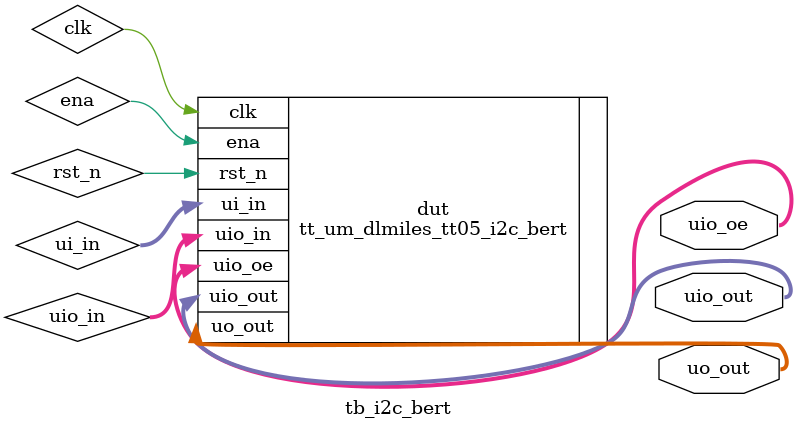
<source format=v>
`default_nettype none
`timescale 1ns/1ps

`include "config.vh"

module tb_i2c_bert (
`ifdef HAVE_DEBUG_I2C
    output                      debug_SCL_od,
    output                      debug_SCL_pp,
    output                      debug_SCL_og,
    output                      debug_SCL_pg,

    output                      debug_SDA_od,
    output                      debug_SDA_pp,
    output                      debug_SDA_og,
    output                      debug_SDA_pg,
`endif
    //input			clk,
    //input			rst_n,	// async (verilator needed reg)
    //input			ena,

    output		[7:0]	uo_out,
    //input		[7:0]	ui_in,

    output		[7:0]	uio_out,
    //input		[7:0]	uio_in,
    output		[7:0]	uio_oe
);
`ifndef SYNTHESIS
    reg [(8*32)-1:0] DEBUG;
    reg DEBUG_wire;
`endif

    reg clk;
    reg rst_n;
    reg ena;

    reg [7:0] ui_in;
    reg [7:0] uio_in;
`ifdef HAVE_DEBUG_I2C
    reg debug_SCL_ie;
    reg debug_SDA_ie;
`endif

    initial begin
        //$dumpfile ("tb_i2c_bert.vcd");
        $dumpfile ("tb.vcd");	// Renamed for GHA
`ifdef GL_TEST
        // the internal state of a flattened verilog is not that interesting
        $dumpvars (1, tb_i2c_bert);
`else
        $dumpvars (0, tb_i2c_bert);
`endif
`ifdef TIMING
        #1;
`endif
`ifndef SYNTHESIS
        DEBUG = {8'h44, 8'h45, 8'h42, 8'h55, 8'h47, {27{8'h20}}}; // "DEBUG        "
        DEBUG_wire = 0;
`endif
    end


    tt_um_dlmiles_tt05_i2c_bert dut (
`ifdef USE_POWER_PINS
        .VPWR     ( 1'b1),              //i
        .VGND     ( 1'b0),              //i
`endif
`ifdef USE_POWER_PINS_LEGACY
        .vccd1    ( 1'b1),              //i
        .vssd1    ( 1'b0),              //i
`endif
`ifdef HAVE_DEBUG_I2C
        .debug_SCL_ie  (debug_SCL_ie),		//i
        .debug_SCL_od  (debug_SCL_od),		//o
        .debug_SCL_pp  (debug_SCL_pp),		//o
        .debug_SCL_og  (debug_SCL_og),		//o
        .debug_SCL_pg  (debug_SCL_pg),		//o

        .debug_SDA_ie  (debug_SDA_ie),		//i
        .debug_SDA_od  (debug_SDA_od),		//o
        .debug_SDA_pp  (debug_SDA_pp),		//o
        .debug_SDA_og  (debug_SDA_og),		//o
        .debug_SDA_pg  (debug_SDA_pg),		//o
`endif
        .clk      (clk),                //i
        .rst_n    (rst_n),              //i
        .ena      (ena),                //i
        .uo_out   (uo_out),             //o
        .ui_in    (ui_in),              //i
        .uio_out  (uio_out),            //o
        .uio_in   (uio_in),             //i
        .uio_oe   (uio_oe)              //o
    );

endmodule

</source>
